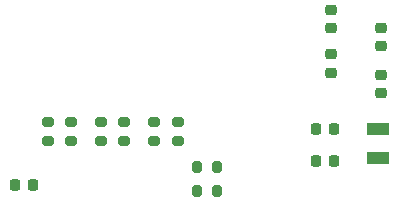
<source format=gbr>
%TF.GenerationSoftware,KiCad,Pcbnew,9.0.1*%
%TF.CreationDate,2025-04-15T21:25:17-04:00*%
%TF.ProjectId,psocpcb,70736f63-7063-4622-9e6b-696361645f70,rev?*%
%TF.SameCoordinates,Original*%
%TF.FileFunction,Paste,Bot*%
%TF.FilePolarity,Positive*%
%FSLAX46Y46*%
G04 Gerber Fmt 4.6, Leading zero omitted, Abs format (unit mm)*
G04 Created by KiCad (PCBNEW 9.0.1) date 2025-04-15 21:25:17*
%MOMM*%
%LPD*%
G01*
G04 APERTURE LIST*
G04 Aperture macros list*
%AMRoundRect*
0 Rectangle with rounded corners*
0 $1 Rounding radius*
0 $2 $3 $4 $5 $6 $7 $8 $9 X,Y pos of 4 corners*
0 Add a 4 corners polygon primitive as box body*
4,1,4,$2,$3,$4,$5,$6,$7,$8,$9,$2,$3,0*
0 Add four circle primitives for the rounded corners*
1,1,$1+$1,$2,$3*
1,1,$1+$1,$4,$5*
1,1,$1+$1,$6,$7*
1,1,$1+$1,$8,$9*
0 Add four rect primitives between the rounded corners*
20,1,$1+$1,$2,$3,$4,$5,0*
20,1,$1+$1,$4,$5,$6,$7,0*
20,1,$1+$1,$6,$7,$8,$9,0*
20,1,$1+$1,$8,$9,$2,$3,0*%
G04 Aperture macros list end*
%ADD10RoundRect,0.200000X-0.275000X0.200000X-0.275000X-0.200000X0.275000X-0.200000X0.275000X0.200000X0*%
%ADD11R,1.900000X1.100000*%
%ADD12RoundRect,0.200000X0.275000X-0.200000X0.275000X0.200000X-0.275000X0.200000X-0.275000X-0.200000X0*%
%ADD13RoundRect,0.225000X-0.250000X0.225000X-0.250000X-0.225000X0.250000X-0.225000X0.250000X0.225000X0*%
%ADD14RoundRect,0.200000X-0.200000X-0.275000X0.200000X-0.275000X0.200000X0.275000X-0.200000X0.275000X0*%
%ADD15RoundRect,0.218750X-0.218750X-0.256250X0.218750X-0.256250X0.218750X0.256250X-0.218750X0.256250X0*%
%ADD16RoundRect,0.225000X0.225000X0.250000X-0.225000X0.250000X-0.225000X-0.250000X0.225000X-0.250000X0*%
%ADD17RoundRect,0.200000X0.200000X0.275000X-0.200000X0.275000X-0.200000X-0.275000X0.200000X-0.275000X0*%
G04 APERTURE END LIST*
D10*
%TO.C,R10*%
X87000000Y-65175000D03*
X87000000Y-66825000D03*
%TD*%
D11*
%TO.C,Y1*%
X110500000Y-65750000D03*
X110500000Y-68250000D03*
%TD*%
D12*
%TO.C,R5*%
X84500000Y-66825000D03*
X84500000Y-65175000D03*
%TD*%
D13*
%TO.C,C8*%
X106500000Y-59475000D03*
X106500000Y-61025000D03*
%TD*%
D12*
%TO.C,R6*%
X89000000Y-66825000D03*
X89000000Y-65175000D03*
%TD*%
D10*
%TO.C,R8*%
X91500000Y-65175000D03*
X91500000Y-66825000D03*
%TD*%
D13*
%TO.C,C14*%
X110750000Y-57225000D03*
X110750000Y-58775000D03*
%TD*%
D14*
%TO.C,R3*%
X95175000Y-69000000D03*
X96825000Y-69000000D03*
%TD*%
D13*
%TO.C,C13*%
X106500000Y-55725000D03*
X106500000Y-57275000D03*
%TD*%
D12*
%TO.C,R4*%
X93500000Y-66825000D03*
X93500000Y-65175000D03*
%TD*%
D15*
%TO.C,FB1*%
X79712500Y-70500000D03*
X81287500Y-70500000D03*
%TD*%
D16*
%TO.C,C2*%
X106775000Y-68500000D03*
X105225000Y-68500000D03*
%TD*%
%TO.C,C1*%
X106775000Y-65750000D03*
X105225000Y-65750000D03*
%TD*%
D10*
%TO.C,R9*%
X82500000Y-65175000D03*
X82500000Y-66825000D03*
%TD*%
D13*
%TO.C,C7*%
X110750000Y-61225000D03*
X110750000Y-62775000D03*
%TD*%
D17*
%TO.C,R7*%
X96825000Y-71000000D03*
X95175000Y-71000000D03*
%TD*%
M02*

</source>
